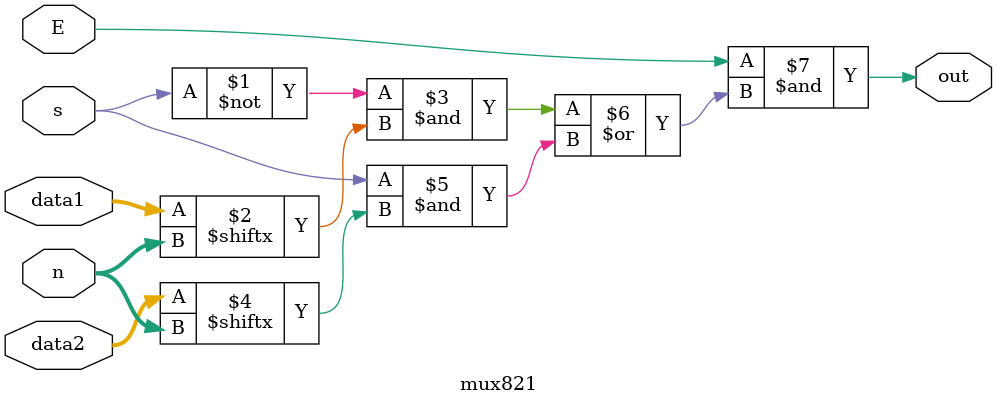
<source format=v>
module mux821(out, data1,data2,n,s,E);
output out;
input[7:0] data1;
input[7:0] data2;
input[2:0] n;
input s,E;
assign out=E&(((~s)&data1[n])|((s)&data2[n]));
endmodule
</source>
